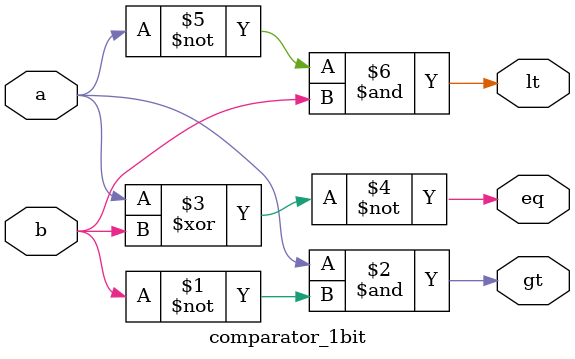
<source format=v>
module comparator_1bit (
    input wire a,
    input wire b,
    output wire gt,
    output wire eq,
    output wire lt
);

assign gt = a & ~b;
assign eq = ~(a ^ b);
assign lt = ~a & b;

endmodule
</source>
